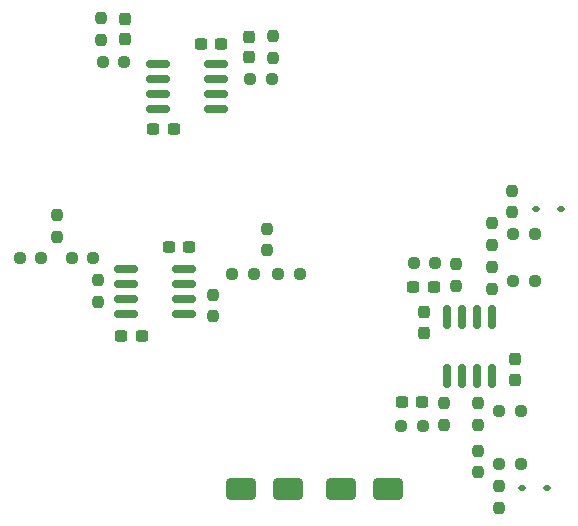
<source format=gtp>
%TF.GenerationSoftware,KiCad,Pcbnew,9.0.7-9.0.7~ubuntu24.04.1*%
%TF.CreationDate,2026-01-13T16:36:12+01:00*%
%TF.ProjectId,analogIO,616e616c-6f67-4494-9f2e-6b696361645f,1.0*%
%TF.SameCoordinates,Original*%
%TF.FileFunction,Paste,Top*%
%TF.FilePolarity,Positive*%
%FSLAX46Y46*%
G04 Gerber Fmt 4.6, Leading zero omitted, Abs format (unit mm)*
G04 Created by KiCad (PCBNEW 9.0.7-9.0.7~ubuntu24.04.1) date 2026-01-13 16:36:12*
%MOMM*%
%LPD*%
G01*
G04 APERTURE LIST*
G04 Aperture macros list*
%AMRoundRect*
0 Rectangle with rounded corners*
0 $1 Rounding radius*
0 $2 $3 $4 $5 $6 $7 $8 $9 X,Y pos of 4 corners*
0 Add a 4 corners polygon primitive as box body*
4,1,4,$2,$3,$4,$5,$6,$7,$8,$9,$2,$3,0*
0 Add four circle primitives for the rounded corners*
1,1,$1+$1,$2,$3*
1,1,$1+$1,$4,$5*
1,1,$1+$1,$6,$7*
1,1,$1+$1,$8,$9*
0 Add four rect primitives between the rounded corners*
20,1,$1+$1,$2,$3,$4,$5,0*
20,1,$1+$1,$4,$5,$6,$7,0*
20,1,$1+$1,$6,$7,$8,$9,0*
20,1,$1+$1,$8,$9,$2,$3,0*%
G04 Aperture macros list end*
%ADD10RoundRect,0.237500X-0.237500X0.250000X-0.237500X-0.250000X0.237500X-0.250000X0.237500X0.250000X0*%
%ADD11RoundRect,0.150000X0.825000X0.150000X-0.825000X0.150000X-0.825000X-0.150000X0.825000X-0.150000X0*%
%ADD12RoundRect,0.237500X0.250000X0.237500X-0.250000X0.237500X-0.250000X-0.237500X0.250000X-0.237500X0*%
%ADD13RoundRect,0.150000X-0.150000X0.825000X-0.150000X-0.825000X0.150000X-0.825000X0.150000X0.825000X0*%
%ADD14RoundRect,0.237500X0.300000X0.237500X-0.300000X0.237500X-0.300000X-0.237500X0.300000X-0.237500X0*%
%ADD15RoundRect,0.237500X0.237500X-0.250000X0.237500X0.250000X-0.237500X0.250000X-0.237500X-0.250000X0*%
%ADD16RoundRect,0.250000X1.000000X0.650000X-1.000000X0.650000X-1.000000X-0.650000X1.000000X-0.650000X0*%
%ADD17RoundRect,0.237500X-0.250000X-0.237500X0.250000X-0.237500X0.250000X0.237500X-0.250000X0.237500X0*%
%ADD18RoundRect,0.112500X-0.187500X-0.112500X0.187500X-0.112500X0.187500X0.112500X-0.187500X0.112500X0*%
%ADD19RoundRect,0.250000X-1.000000X-0.650000X1.000000X-0.650000X1.000000X0.650000X-1.000000X0.650000X0*%
%ADD20RoundRect,0.237500X0.237500X-0.300000X0.237500X0.300000X-0.237500X0.300000X-0.237500X-0.300000X0*%
%ADD21RoundRect,0.237500X-0.300000X-0.237500X0.300000X-0.237500X0.300000X0.237500X-0.300000X0.237500X0*%
%ADD22RoundRect,0.237500X-0.237500X0.300000X-0.237500X-0.300000X0.237500X-0.300000X0.237500X0.300000X0*%
G04 APERTURE END LIST*
D10*
%TO.C,R14*%
X167865000Y-102146250D03*
X167865000Y-103971250D03*
%TD*%
%TO.C,R25*%
X134225000Y-62532500D03*
X134225000Y-64357500D03*
%TD*%
D11*
%TO.C,U3*%
X143925000Y-70255000D03*
X143925000Y-68985000D03*
X143925000Y-67715000D03*
X143925000Y-66445000D03*
X138975000Y-66445000D03*
X138975000Y-67715000D03*
X138975000Y-68985000D03*
X138975000Y-70255000D03*
%TD*%
D12*
%TO.C,R21*%
X129112500Y-82850000D03*
X127287500Y-82850000D03*
%TD*%
D13*
%TO.C,U1*%
X167270000Y-87833750D03*
X166000000Y-87833750D03*
X164730000Y-87833750D03*
X163460000Y-87833750D03*
X163460000Y-92783750D03*
X164730000Y-92783750D03*
X166000000Y-92783750D03*
X167270000Y-92783750D03*
%TD*%
D14*
%TO.C,C6*%
X144337500Y-64695000D03*
X142612500Y-64695000D03*
%TD*%
%TO.C,C8*%
X141637500Y-81915000D03*
X139912500Y-81915000D03*
%TD*%
D15*
%TO.C,R5*%
X167250000Y-85446250D03*
X167250000Y-83621250D03*
%TD*%
D16*
%TO.C,D4*%
X158500000Y-102415000D03*
X154500000Y-102415000D03*
%TD*%
D17*
%TO.C,R7*%
X169087500Y-84808750D03*
X170912500Y-84808750D03*
%TD*%
D10*
%TO.C,R6*%
X166065000Y-95146250D03*
X166065000Y-96971250D03*
%TD*%
D18*
%TO.C,D2*%
X169815000Y-102308750D03*
X171915000Y-102308750D03*
%TD*%
D17*
%TO.C,R12*%
X167902500Y-100308750D03*
X169727500Y-100308750D03*
%TD*%
D15*
%TO.C,R16*%
X143700000Y-87762500D03*
X143700000Y-85937500D03*
%TD*%
D12*
%TO.C,R24*%
X148637500Y-67695000D03*
X146812500Y-67695000D03*
%TD*%
D17*
%TO.C,R11*%
X169087500Y-80783750D03*
X170912500Y-80783750D03*
%TD*%
%TO.C,R1*%
X160675000Y-83283750D03*
X162500000Y-83283750D03*
%TD*%
D19*
%TO.C,D3*%
X146000000Y-102415000D03*
X150000000Y-102415000D03*
%TD*%
D20*
%TO.C,C10*%
X146725000Y-65807500D03*
X146725000Y-64082500D03*
%TD*%
D14*
%TO.C,C3*%
X162362500Y-85283750D03*
X160637500Y-85283750D03*
%TD*%
D21*
%TO.C,C7*%
X135912500Y-89415000D03*
X137637500Y-89415000D03*
%TD*%
D10*
%TO.C,R3*%
X164250000Y-83371250D03*
X164250000Y-85196250D03*
%TD*%
D18*
%TO.C,D1*%
X171015000Y-78658750D03*
X173115000Y-78658750D03*
%TD*%
D10*
%TO.C,R9*%
X167250000Y-79871250D03*
X167250000Y-81696250D03*
%TD*%
D17*
%TO.C,R23*%
X134312500Y-66195000D03*
X136137500Y-66195000D03*
%TD*%
D14*
%TO.C,C4*%
X161362500Y-95033750D03*
X159637500Y-95033750D03*
%TD*%
D11*
%TO.C,U2*%
X141250000Y-87570000D03*
X141250000Y-86300000D03*
X141250000Y-85030000D03*
X141250000Y-83760000D03*
X136300000Y-83760000D03*
X136300000Y-85030000D03*
X136300000Y-86300000D03*
X136300000Y-87570000D03*
%TD*%
D17*
%TO.C,R8*%
X167902500Y-95808750D03*
X169727500Y-95808750D03*
%TD*%
D15*
%TO.C,R4*%
X163250000Y-96946250D03*
X163250000Y-95121250D03*
%TD*%
D10*
%TO.C,R26*%
X148725000Y-64032500D03*
X148725000Y-65857500D03*
%TD*%
D22*
%TO.C,C2*%
X161500000Y-87421250D03*
X161500000Y-89146250D03*
%TD*%
D10*
%TO.C,R20*%
X148200000Y-80337500D03*
X148200000Y-82162500D03*
%TD*%
D12*
%TO.C,R17*%
X133525000Y-82850000D03*
X131700000Y-82850000D03*
%TD*%
D20*
%TO.C,C9*%
X136225000Y-64307500D03*
X136225000Y-62582500D03*
%TD*%
D17*
%TO.C,R2*%
X159587500Y-97033750D03*
X161412500Y-97033750D03*
%TD*%
D21*
%TO.C,C5*%
X138612500Y-71945000D03*
X140337500Y-71945000D03*
%TD*%
D17*
%TO.C,R18*%
X145287500Y-84150000D03*
X147112500Y-84150000D03*
%TD*%
D10*
%TO.C,R19*%
X130450000Y-79187500D03*
X130450000Y-81012500D03*
%TD*%
D15*
%TO.C,R15*%
X133950000Y-86512500D03*
X133950000Y-84687500D03*
%TD*%
%TO.C,R10*%
X166065000Y-100971250D03*
X166065000Y-99146250D03*
%TD*%
%TO.C,R13*%
X169000000Y-78946250D03*
X169000000Y-77121250D03*
%TD*%
D17*
%TO.C,R22*%
X149187500Y-84150000D03*
X151012500Y-84150000D03*
%TD*%
D20*
%TO.C,C1*%
X169250000Y-93146250D03*
X169250000Y-91421250D03*
%TD*%
M02*

</source>
